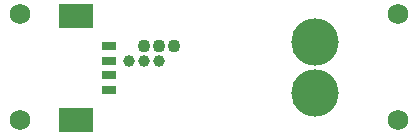
<source format=gts>
G04*
G04 #@! TF.GenerationSoftware,Altium Limited,Altium Designer,22.5.1 (42)*
G04*
G04 Layer_Color=8388736*
%FSLAX44Y44*%
%MOMM*%
G71*
G04*
G04 #@! TF.SameCoordinates,8F6CD75C-12F9-44A4-8B14-4AFE5C5DE420*
G04*
G04*
G04 #@! TF.FilePolarity,Negative*
G04*
G01*
G75*
%ADD13R,1.3000X0.8000*%
%ADD14R,3.0000X2.1000*%
%ADD15C,4.0032*%
%ADD16C,1.7272*%
%ADD17C,1.1032*%
%ADD18C,1.0032*%
D13*
X70000Y62750D02*
D03*
Y50250D02*
D03*
Y75250D02*
D03*
Y87750D02*
D03*
D14*
X42500Y113250D02*
D03*
Y24750D02*
D03*
D15*
X245000Y91000D02*
D03*
Y47500D02*
D03*
D16*
X315000Y25000D02*
D03*
Y115000D02*
D03*
X-5000D02*
D03*
Y25000D02*
D03*
D17*
X112500Y87500D02*
D03*
X124875Y87625D02*
D03*
X100125Y87375D02*
D03*
D18*
X99915Y75000D02*
D03*
X112500Y74831D02*
D03*
X87500Y75000D02*
D03*
M02*

</source>
